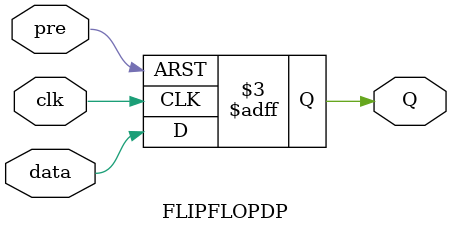
<source format=v>
module FLIPFLOPDP(data,clk,pre,Q);
input data,clk,pre;
output reg Q;

//ASIGNACIONES
always@(posedge clk or negedge pre)
	if (~pre)
		Q=1;
	else
		Q=data;
endmodule

</source>
